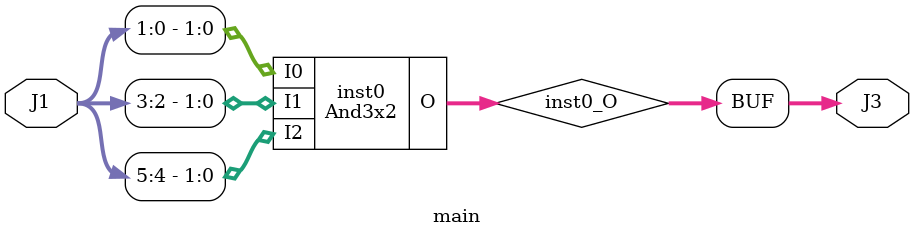
<source format=v>
module And3 (input [2:0] I, output  O);
wire  inst0_O;
SB_LUT4 #(.LUT_INIT(16'h8080)) inst0 (.I0(I[0]), .I1(I[1]), .I2(I[2]), .I3(1'b0), .O(inst0_O));
assign O = inst0_O;
endmodule

module And3x2 (input [1:0] I0, input [1:0] I1, input [1:0] I2, output [1:0] O);
wire  inst0_O;
wire  inst1_O;
And3 inst0 (.I({I2[0],I1[0],I0[0]}), .O(inst0_O));
And3 inst1 (.I({I2[1],I1[1],I0[1]}), .O(inst1_O));
assign O = {inst1_O,inst0_O};
endmodule

module main (input [5:0] J1, output [1:0] J3);
wire [1:0] inst0_O;
And3x2 inst0 (.I0({J1[1],J1[0]}), .I1({J1[3],J1[2]}), .I2({J1[5],J1[4]}), .O(inst0_O));
assign J3 = inst0_O;
endmodule


</source>
